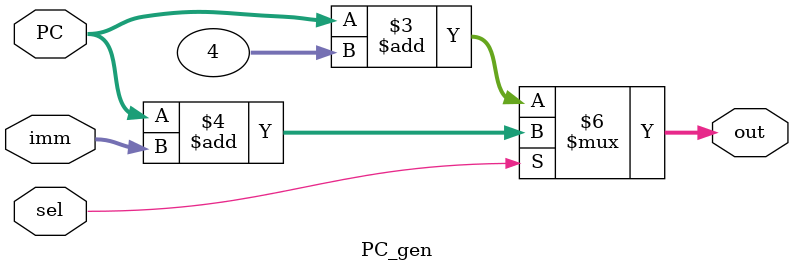
<source format=v>


`timescale 1ns/10ps

module PC_gen (
    PC,
    imm,
    sel,
    out
);


input [31:0] PC;
input [31:0] imm;
input sel;
output [31:0] out;
reg [31:0] out;




always @(PC, sel, imm) begin: PC_GEN_GEN
    if ((sel == 0)) begin
        out = (PC + 4);
    end
    else begin
        out = (PC + imm);
    end
end

endmodule

</source>
